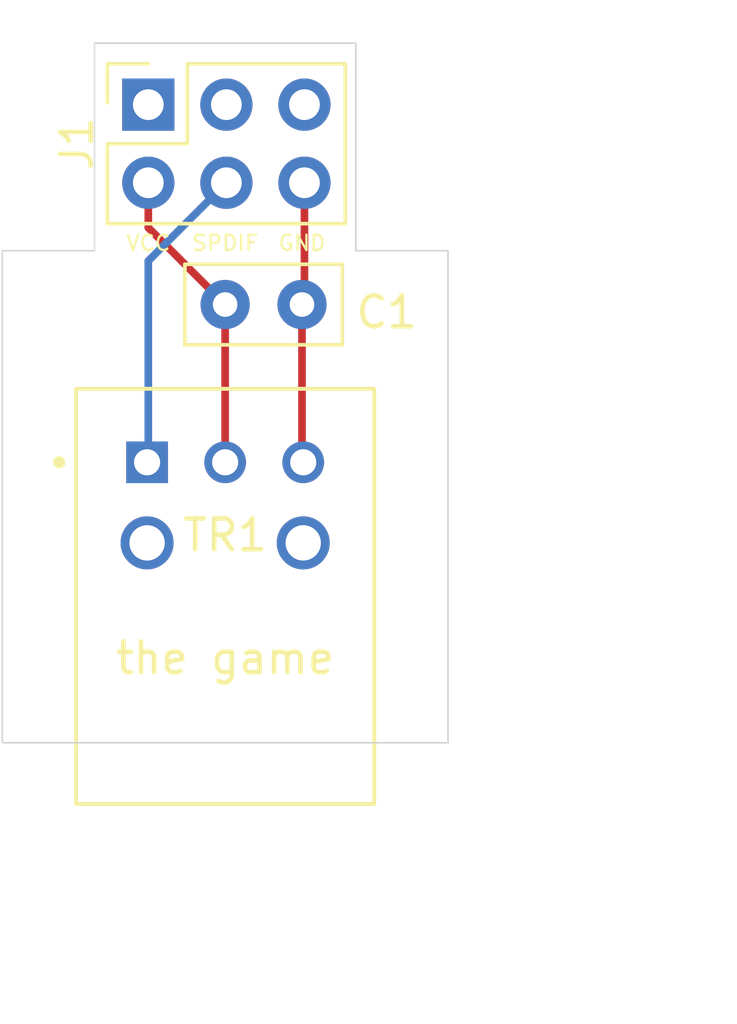
<source format=kicad_pcb>
(kicad_pcb (version 20171130) (host pcbnew 5.1.10)

  (general
    (thickness 1.6)
    (drawings 14)
    (tracks 11)
    (zones 0)
    (modules 3)
    (nets 9)
  )

  (page A4)
  (title_block
    (title "TOSLink Adapter for Quartz64")
    (date 2021-09-08)
    (rev 1)
    (comment 1 "Licensed under CERN-OHL-P v2 or later")
  )

  (layers
    (0 F.Cu signal)
    (31 B.Cu signal)
    (32 B.Adhes user)
    (33 F.Adhes user)
    (34 B.Paste user)
    (35 F.Paste user)
    (36 B.SilkS user)
    (37 F.SilkS user)
    (38 B.Mask user)
    (39 F.Mask user)
    (40 Dwgs.User user)
    (41 Cmts.User user)
    (42 Eco1.User user)
    (43 Eco2.User user)
    (44 Edge.Cuts user)
    (45 Margin user)
    (46 B.CrtYd user)
    (47 F.CrtYd user)
    (48 B.Fab user)
    (49 F.Fab user)
  )

  (setup
    (last_trace_width 0.25)
    (user_trace_width 0.25)
    (trace_clearance 0.2)
    (zone_clearance 0.508)
    (zone_45_only no)
    (trace_min 0.2)
    (via_size 0.8)
    (via_drill 0.4)
    (via_min_size 0.4)
    (via_min_drill 0.3)
    (uvia_size 0.3)
    (uvia_drill 0.1)
    (uvias_allowed no)
    (uvia_min_size 0.2)
    (uvia_min_drill 0.1)
    (edge_width 0.05)
    (segment_width 0.2)
    (pcb_text_width 0.3)
    (pcb_text_size 1.5 1.5)
    (mod_edge_width 0.12)
    (mod_text_size 1 1)
    (mod_text_width 0.15)
    (pad_size 1.524 1.524)
    (pad_drill 0.762)
    (pad_to_mask_clearance 0)
    (aux_axis_origin 0 0)
    (visible_elements FFFFFF7F)
    (pcbplotparams
      (layerselection 0x010fc_ffffffff)
      (usegerberextensions false)
      (usegerberattributes false)
      (usegerberadvancedattributes true)
      (creategerberjobfile true)
      (excludeedgelayer true)
      (linewidth 0.100000)
      (plotframeref false)
      (viasonmask false)
      (mode 1)
      (useauxorigin false)
      (hpglpennumber 1)
      (hpglpenspeed 20)
      (hpglpendiameter 15.000000)
      (psnegative false)
      (psa4output false)
      (plotreference true)
      (plotvalue true)
      (plotinvisibletext false)
      (padsonsilk false)
      (subtractmaskfromsilk false)
      (outputformat 1)
      (mirror false)
      (drillshape 0)
      (scaleselection 1)
      (outputdirectory "./"))
  )

  (net 0 "")
  (net 1 /SPDIF)
  (net 2 "Net-(TR1-Pad4)")
  (net 3 /VCC)
  (net 4 /GND)
  (net 5 "Net-(J1-Pad5)")
  (net 6 "Net-(J1-Pad1)")
  (net 7 "Net-(J1-Pad3)")
  (net 8 "Net-(TR1-Pad5)")

  (net_class Default "This is the default net class."
    (clearance 0.2)
    (trace_width 0.25)
    (via_dia 0.8)
    (via_drill 0.4)
    (uvia_dia 0.3)
    (uvia_drill 0.1)
    (add_net /GND)
    (add_net /SPDIF)
    (add_net /VCC)
    (add_net "Net-(J1-Pad1)")
    (add_net "Net-(J1-Pad3)")
    (add_net "Net-(J1-Pad5)")
    (add_net "Net-(TR1-Pad4)")
    (add_net "Net-(TR1-Pad5)")
  )

  (module Socket_Strips:Socket_Strip_Straight_2x03_Pitch2.54mm (layer F.Cu) (tedit 58CD5448) (tstamp 6133F05A)
    (at 142.25 110.25 90)
    (descr "Through hole straight socket strip, 2x03, 2.54mm pitch, double rows")
    (tags "Through hole socket strip THT 2x03 2.54mm double row")
    (path /6133FAAD)
    (fp_text reference J1 (at -1.27 -2.33 90) (layer F.SilkS)
      (effects (font (size 1 1) (thickness 0.15)))
    )
    (fp_text value Conn_02x03 (at -1.27 7.41 90) (layer F.Fab)
      (effects (font (size 1 1) (thickness 0.15)))
    )
    (fp_line (start 1.8 -1.8) (end -4.35 -1.8) (layer F.CrtYd) (width 0.05))
    (fp_line (start 1.8 6.85) (end 1.8 -1.8) (layer F.CrtYd) (width 0.05))
    (fp_line (start -4.35 6.85) (end 1.8 6.85) (layer F.CrtYd) (width 0.05))
    (fp_line (start -4.35 -1.8) (end -4.35 6.85) (layer F.CrtYd) (width 0.05))
    (fp_line (start 1.33 -1.33) (end 0.06 -1.33) (layer F.SilkS) (width 0.12))
    (fp_line (start 1.33 0) (end 1.33 -1.33) (layer F.SilkS) (width 0.12))
    (fp_line (start -1.27 1.27) (end 1.33 1.27) (layer F.SilkS) (width 0.12))
    (fp_line (start -1.27 -1.33) (end -1.27 1.27) (layer F.SilkS) (width 0.12))
    (fp_line (start -3.87 -1.33) (end -1.27 -1.33) (layer F.SilkS) (width 0.12))
    (fp_line (start -3.87 6.41) (end -3.87 -1.33) (layer F.SilkS) (width 0.12))
    (fp_line (start 1.33 6.41) (end -3.87 6.41) (layer F.SilkS) (width 0.12))
    (fp_line (start 1.33 1.27) (end 1.33 6.41) (layer F.SilkS) (width 0.12))
    (fp_line (start 1.27 -1.27) (end -3.81 -1.27) (layer F.Fab) (width 0.1))
    (fp_line (start 1.27 6.35) (end 1.27 -1.27) (layer F.Fab) (width 0.1))
    (fp_line (start -3.81 6.35) (end 1.27 6.35) (layer F.Fab) (width 0.1))
    (fp_line (start -3.81 -1.27) (end -3.81 6.35) (layer F.Fab) (width 0.1))
    (fp_text user %R (at -1.27 -2.33 90) (layer F.Fab)
      (effects (font (size 1 1) (thickness 0.15)))
    )
    (pad 1 thru_hole rect (at 0 0 90) (size 1.7 1.7) (drill 1) (layers *.Cu *.Mask)
      (net 6 "Net-(J1-Pad1)"))
    (pad 2 thru_hole oval (at -2.54 0 90) (size 1.7 1.7) (drill 1) (layers *.Cu *.Mask)
      (net 3 /VCC))
    (pad 3 thru_hole oval (at 0 2.54 90) (size 1.7 1.7) (drill 1) (layers *.Cu *.Mask)
      (net 7 "Net-(J1-Pad3)"))
    (pad 4 thru_hole oval (at -2.54 2.54 90) (size 1.7 1.7) (drill 1) (layers *.Cu *.Mask)
      (net 1 /SPDIF))
    (pad 5 thru_hole oval (at 0 5.08 90) (size 1.7 1.7) (drill 1) (layers *.Cu *.Mask)
      (net 5 "Net-(J1-Pad5)"))
    (pad 6 thru_hole oval (at -2.54 5.08 90) (size 1.7 1.7) (drill 1) (layers *.Cu *.Mask)
      (net 4 /GND))
    (model ${KISYS3DMOD}/Socket_Strips.3dshapes/Socket_Strip_Straight_2x03_Pitch2.54mm.wrl
      (offset (xyz -1.269999980926514 -2.539999961853027 0))
      (scale (xyz 1 1 1))
      (rotate (xyz 0 0 270))
    )
    (model /home/fratti/Dokumente/electronics/partslib/3d/SSQ-103-03-G-D.stp
      (offset (xyz -1 -2.5 -1.5))
      (scale (xyz 1 1 1))
      (rotate (xyz 90 0 90))
    )
  )

  (module Capacitors_ThroughHole:C_Disc_D5.0mm_W2.5mm_P2.50mm (layer F.Cu) (tedit 597BC7C2) (tstamp 6133F660)
    (at 144.75 116.75)
    (descr "C, Disc series, Radial, pin pitch=2.50mm, , diameter*width=5*2.5mm^2, Capacitor, http://cdn-reichelt.de/documents/datenblatt/B300/DS_KERKO_TC.pdf")
    (tags "C Disc series Radial pin pitch 2.50mm  diameter 5mm width 2.5mm Capacitor")
    (path /61344611)
    (fp_text reference C1 (at 5.25 0.25) (layer F.SilkS)
      (effects (font (size 1 1) (thickness 0.15)))
    )
    (fp_text value 0.1uF (at 1.25 2.5) (layer F.Fab)
      (effects (font (size 1 1) (thickness 0.15)))
    )
    (fp_line (start 4.1 -1.6) (end -1.6 -1.6) (layer F.CrtYd) (width 0.05))
    (fp_line (start 4.1 1.6) (end 4.1 -1.6) (layer F.CrtYd) (width 0.05))
    (fp_line (start -1.6 1.6) (end 4.1 1.6) (layer F.CrtYd) (width 0.05))
    (fp_line (start -1.6 -1.6) (end -1.6 1.6) (layer F.CrtYd) (width 0.05))
    (fp_line (start 3.81 -1.31) (end 3.81 1.31) (layer F.SilkS) (width 0.12))
    (fp_line (start -1.31 -1.31) (end -1.31 1.31) (layer F.SilkS) (width 0.12))
    (fp_line (start -1.31 1.31) (end 3.81 1.31) (layer F.SilkS) (width 0.12))
    (fp_line (start -1.31 -1.31) (end 3.81 -1.31) (layer F.SilkS) (width 0.12))
    (fp_line (start 3.75 -1.25) (end -1.25 -1.25) (layer F.Fab) (width 0.1))
    (fp_line (start 3.75 1.25) (end 3.75 -1.25) (layer F.Fab) (width 0.1))
    (fp_line (start -1.25 1.25) (end 3.75 1.25) (layer F.Fab) (width 0.1))
    (fp_line (start -1.25 -1.25) (end -1.25 1.25) (layer F.Fab) (width 0.1))
    (fp_text user %R (at 1.25 0) (layer F.Fab)
      (effects (font (size 1 1) (thickness 0.15)))
    )
    (pad 1 thru_hole circle (at 0 0) (size 1.6 1.6) (drill 0.8) (layers *.Cu *.Mask)
      (net 3 /VCC))
    (pad 2 thru_hole circle (at 2.5 0) (size 1.6 1.6) (drill 0.8) (layers *.Cu *.Mask)
      (net 4 /GND))
    (model ${KISYS3DMOD}/Capacitor_THT.3dshapes/C_Disc_D5.0mm_W2.5mm_P2.50mm.wrl
      (at (xyz 0 0 0))
      (scale (xyz 1 1 1))
      (rotate (xyz 0 0 0))
    )
  )

  (module XDCR_PLT133:T10W (layer F.Cu) (tedit 6133EADE) (tstamp 6133F071)
    (at 144.75 124.5)
    (path /6133EEEE)
    (fp_text reference TR1 (at 0 -0.25) (layer F.SilkS)
      (effects (font (size 1 1) (thickness 0.15)))
    )
    (fp_text value PLT133_T10W (at 0 4) (layer F.Fab)
      (effects (font (size 1 1) (thickness 0.15)))
    )
    (fp_line (start -4.85 8.49) (end 4.85 8.49) (layer F.Fab) (width 0.127))
    (fp_line (start -4.85 8.49) (end -4.85 -5.01) (layer F.Fab) (width 0.127))
    (fp_line (start 4.85 8.49) (end 4.85 -5.01) (layer F.Fab) (width 0.127))
    (fp_line (start -4.85 -5.01) (end 4.85 -5.01) (layer F.Fab) (width 0.127))
    (fp_line (start 5.1 8.74) (end -5.1 8.74) (layer F.CrtYd) (width 0.05))
    (fp_line (start -5.1 8.74) (end -5.1 -5.26) (layer F.CrtYd) (width 0.05))
    (fp_line (start -5.1 -5.26) (end 5.1 -5.26) (layer F.CrtYd) (width 0.05))
    (fp_line (start 5.1 -5.26) (end 5.1 8.74) (layer F.CrtYd) (width 0.05))
    (fp_line (start -4.85 8.49) (end 4.85 8.49) (layer F.SilkS) (width 0.127))
    (fp_line (start -4.85 8.49) (end -4.85 -5.01) (layer F.SilkS) (width 0.127))
    (fp_line (start 4.85 8.49) (end 4.85 -5.01) (layer F.SilkS) (width 0.127))
    (fp_line (start -4.85 -5.01) (end 4.85 -5.01) (layer F.SilkS) (width 0.127))
    (fp_circle (center -5.4 -2.62) (end -5.3 -2.62) (layer F.SilkS) (width 0.2))
    (fp_circle (center -5.4 -2.62) (end -5.3 -2.62) (layer F.Fab) (width 0.2))
    (pad 4 thru_hole circle (at -2.54 0) (size 1.725 1.725) (drill 1.15) (layers *.Cu *.Mask)
      (net 2 "Net-(TR1-Pad4)"))
    (pad 5 thru_hole circle (at 2.54 0) (size 1.725 1.725) (drill 1.15) (layers *.Cu *.Mask)
      (net 8 "Net-(TR1-Pad5)"))
    (pad 3 thru_hole circle (at 2.54 -2.62) (size 1.358 1.358) (drill 0.85) (layers *.Cu *.Mask)
      (net 4 /GND))
    (pad 2 thru_hole circle (at 0 -2.62) (size 1.358 1.358) (drill 0.85) (layers *.Cu *.Mask)
      (net 3 /VCC))
    (pad 1 thru_hole rect (at -2.54 -2.62) (size 1.358 1.358) (drill 0.85) (layers *.Cu *.Mask)
      (net 1 /SPDIF))
    (model /home/fratti/Dokumente/electronics/partslib/footprints/PLT133_T10W/PLT133_T10W.step
      (offset (xyz 0 -1.75 0))
      (scale (xyz 1 1 1))
      (rotate (xyz -90 0 0))
    )
  )

  (gr_text GND (at 147.25 114.75) (layer F.SilkS) (tstamp 61343ECE)
    (effects (font (size 0.5 0.5) (thickness 0.075)))
  )
  (gr_text SPDIF (at 144.75 114.75) (layer F.SilkS)
    (effects (font (size 0.5 0.5) (thickness 0.075)))
  )
  (gr_text VCC (at 142.25 114.75) (layer F.SilkS)
    (effects (font (size 0.5 0.5) (thickness 0.075)))
  )
  (gr_text "the game" (at 144.75 128.25) (layer F.SilkS)
    (effects (font (size 1 1) (thickness 0.15)))
  )
  (dimension 22.75 (width 0.15) (layer Dwgs.User)
    (gr_text "22.750 mm" (at 160.05 119.625 270) (layer Dwgs.User)
      (effects (font (size 1 1) (thickness 0.15)))
    )
    (feature1 (pts (xy 149 131) (xy 159.336421 131)))
    (feature2 (pts (xy 149 108.25) (xy 159.336421 108.25)))
    (crossbar (pts (xy 158.75 108.25) (xy 158.75 131)))
    (arrow1a (pts (xy 158.75 131) (xy 158.163579 129.873496)))
    (arrow1b (pts (xy 158.75 131) (xy 159.336421 129.873496)))
    (arrow2a (pts (xy 158.75 108.25) (xy 158.163579 109.376504)))
    (arrow2b (pts (xy 158.75 108.25) (xy 159.336421 109.376504)))
  )
  (dimension 14.5 (width 0.15) (layer Dwgs.User)
    (gr_text "14.500 mm" (at 144.75 140.8) (layer Dwgs.User)
      (effects (font (size 1 1) (thickness 0.15)))
    )
    (feature1 (pts (xy 152 115) (xy 152 140.086421)))
    (feature2 (pts (xy 137.5 115) (xy 137.5 140.086421)))
    (crossbar (pts (xy 137.5 139.5) (xy 152 139.5)))
    (arrow1a (pts (xy 152 139.5) (xy 150.873496 140.086421)))
    (arrow1b (pts (xy 152 139.5) (xy 150.873496 138.913579)))
    (arrow2a (pts (xy 137.5 139.5) (xy 138.626504 140.086421)))
    (arrow2b (pts (xy 137.5 139.5) (xy 138.626504 138.913579)))
  )
  (gr_line (start 137.5 115) (end 140.5 115) (layer Edge.Cuts) (width 0.05))
  (gr_line (start 149 115) (end 152 115) (layer Edge.Cuts) (width 0.05) (tstamp 613424DE))
  (gr_line (start 149 108.25) (end 149 115) (layer Edge.Cuts) (width 0.05))
  (gr_line (start 140.5 115) (end 140.5 108.25) (layer Edge.Cuts) (width 0.05) (tstamp 6133F520))
  (gr_line (start 152 115) (end 152 131) (layer Edge.Cuts) (width 0.05))
  (gr_line (start 140.5 108.25) (end 149 108.25) (layer Edge.Cuts) (width 0.05))
  (gr_line (start 137.5 131) (end 152 131) (layer Edge.Cuts) (width 0.05))
  (gr_line (start 137.5 115) (end 137.5 131) (layer Edge.Cuts) (width 0.05))

  (segment (start 144.79 112.79) (end 142.25 115.33) (width 0.25) (layer B.Cu) (net 1))
  (segment (start 142.25 121.84) (end 142.21 121.88) (width 0.25) (layer B.Cu) (net 1))
  (segment (start 142.25 115.33) (end 142.25 121.84) (width 0.25) (layer B.Cu) (net 1))
  (segment (start 142.25 114.25) (end 144.75 116.75) (width 0.25) (layer F.Cu) (net 3))
  (segment (start 142.25 112.79) (end 142.25 114.25) (width 0.25) (layer F.Cu) (net 3))
  (segment (start 144.75 116.75) (end 144.75 121.88) (width 0.25) (layer F.Cu) (net 3))
  (segment (start 147.33 121.84) (end 147.29 121.88) (width 0.25) (layer F.Cu) (net 4))
  (segment (start 147.33 116.67) (end 147.25 116.75) (width 0.25) (layer F.Cu) (net 4))
  (segment (start 147.33 112.79) (end 147.33 116.67) (width 0.25) (layer F.Cu) (net 4))
  (segment (start 147.25 121.84) (end 147.29 121.88) (width 0.25) (layer F.Cu) (net 4))
  (segment (start 147.25 116.75) (end 147.25 121.84) (width 0.25) (layer F.Cu) (net 4))

)

</source>
